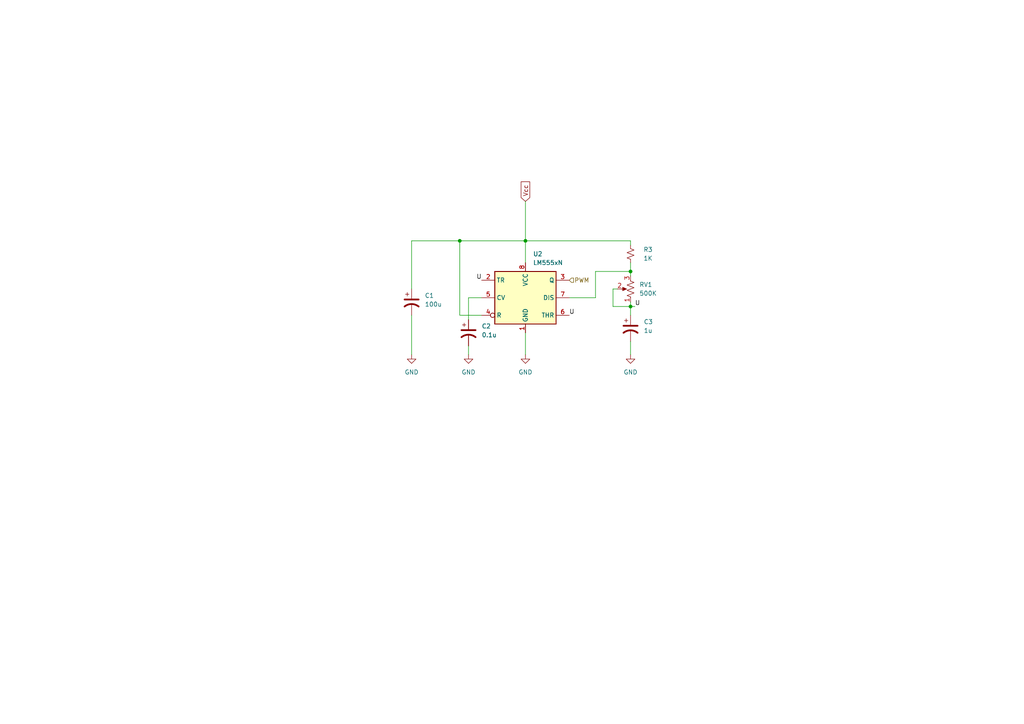
<source format=kicad_sch>
(kicad_sch (version 20231120) (generator "eeschema") (generator_version "8.0")
  (paper "A4")
  (title_block (title "Pulsos"))
  (lib_symbols
    (symbol "Device:C_Polarized_US" (pin_numbers hide) (pin_names (offset 0.254) hide)
      (property "Reference" "C" (at 0.635 2.54 0))
      (property "Value" "C_Polarized_US" (at 0.635 -2.54 0))
      (symbol "C_Polarized_US_0_1"
        (polyline (pts (xy -2.032 0.762) (xy 2.032 0.762)) (stroke (width 0.508)))
        (polyline (pts (xy -1.778 2.286) (xy -0.762 2.286)))
        (polyline (pts (xy -1.27 1.778) (xy -1.27 2.794)))
        (arc (start 2.032 -1.27) (mid 0 -0.5572) (end -2.032 -1.27) (stroke (width 0.508)))
      )
      (symbol "C_Polarized_US_1_1"
        (pin passive line (at 0 3.81 270) (length 2.794) (name "~") (number "1"))
        (pin passive line (at 0 -3.81 90) (length 3.302) (name "~") (number "2"))
      )
    )
    (symbol "Device:R_Potentiometer_US" (pin_names (offset 1.016) hide)
      (property "Reference" "RV" (at -4.445 0 90))
      (property "Value" "R_Potentiometer_US" (at -2.54 0 90))
      (symbol "R_Potentiometer_US_0_1"
        (polyline (pts (xy 0 -2.286) (xy 0 -2.54)))
        (polyline (pts (xy 0 2.54) (xy 0 2.286)))
        (polyline (pts (xy 2.54 0) (xy 1.524 0)))
        (polyline (pts (xy 1.143 0) (xy 2.286 0.508) (xy 2.286 -0.508) (xy 1.143 0)) (fill (type outline)))
        (polyline (pts (xy 0 -0.762) (xy 1.016 -1.143) (xy 0 -1.524) (xy -1.016 -1.905) (xy 0 -2.286)))
        (polyline (pts (xy 0 0.762) (xy 1.016 0.381) (xy 0 0) (xy -1.016 -0.381) (xy 0 -0.762)))
        (polyline (pts (xy 0 2.286) (xy 1.016 1.905) (xy 0 1.524) (xy -1.016 1.143) (xy 0 0.762)))
      )
      (symbol "R_Potentiometer_US_1_1"
        (pin passive line (at 0 3.81 270) (length 1.27) (name "1") (number "1"))
        (pin passive line (at 3.81 0 180) (length 1.27) (name "2") (number "2"))
        (pin passive line (at 0 -3.81 90) (length 1.27) (name "3") (number "3"))
      )
    )
    (symbol "Device:R_Small_US" (pin_numbers hide) (pin_names (offset 0.254) hide)
      (property "Reference" "R" (at 0.762 0.508 0))
      (property "Value" "R_Small_US" (at 0.762 -1.016 0))
      (symbol "R_Small_US_1_1"
        (polyline (pts (xy 0 0) (xy 1.016 -0.381) (xy 0 -0.762) (xy -1.016 -1.143) (xy 0 -1.524)))
        (polyline (pts (xy 0 1.524) (xy 1.016 1.143) (xy 0 0.762) (xy -1.016 0.381) (xy 0 0)))
        (pin passive line (at 0 2.54 270) (length 1.016) (name "~") (number "1"))
        (pin passive line (at 0 -2.54 90) (length 1.016) (name "~") (number "2"))
      )
    )
    (symbol "Timer:LM555xN"
      (property "Reference" "U" (at -10.16 8.89 0))
      (property "Value" "LM555xN" (at 2.54 8.89 0))
      (symbol "LM555xN_0_0"
        (pin power_in line (at 0 -10.16 90) (length 2.54) (name "GND") (number "1"))
        (pin power_in line (at 0 10.16 270) (length 2.54) (name "VCC") (number "8"))
      )
      (symbol "LM555xN_0_1"
        (rectangle (start -8.89 -7.62) (end 8.89 7.62) (stroke (width 0.254)) (fill (type background)))
        (rectangle (start -8.89 -7.62) (end 8.89 7.62) (stroke (width 0.254)) (fill (type background)))
      )
      (symbol "LM555xN_1_1"
        (pin input line (at -12.7 5.08 0) (length 3.81) (name "TR") (number "2"))
        (pin output line (at 12.7 5.08 180) (length 3.81) (name "Q") (number "3"))
        (pin input inverted (at -12.7 -5.08 0) (length 3.81) (name "R") (number "4"))
        (pin input line (at -12.7 0 0) (length 3.81) (name "CV") (number "5"))
        (pin input line (at 12.7 -5.08 180) (length 3.81) (name "THR") (number "6"))
        (pin input line (at 12.7 0 180) (length 3.81) (name "DIS") (number "7"))
      )
    )
    (symbol "power:GND" (power) (pin_names (offset 0))
      (property "Value" "GND" (at 0 -3.81 0))
      (symbol "GND_0_1"
        (polyline (pts (xy 0 0) (xy 0 -1.27) (xy 1.27 -1.27) (xy 0 -2.54) (xy -1.27 -1.27) (xy 0 -1.27)))
      )
      (symbol "GND_1_1"
        (pin power_in line (at 0 0 270) (length 0) hide (name "GND") (number "1"))
      )
    )
  )
  (junction (at 182.88 78.74))
  (junction (at 133.35 69.85))
  (junction (at 152.4 69.85))
  (junction (at 182.88 88.9))
  (wire (pts (xy 172.72 86.36) (xy 172.72 78.74)))
  (wire (pts (xy 119.38 69.85) (xy 133.35 69.85)))
  (wire (pts (xy 139.7 91.44) (xy 133.35 91.44)))
  (wire (pts (xy 177.8 83.82) (xy 177.8 88.9)))
  (wire (pts (xy 133.35 69.85) (xy 152.4 69.85)))
  (wire (pts (xy 182.88 76.2) (xy 182.88 78.74)))
  (wire (pts (xy 182.88 78.74) (xy 182.88 80.01)))
  (wire (pts (xy 152.4 69.85) (xy 152.4 76.2)))
  (wire (pts (xy 182.88 88.9) (xy 182.88 91.44)))
  (wire (pts (xy 119.38 83.82) (xy 119.38 69.85)))
  (wire (pts (xy 177.8 83.82) (xy 179.07 83.82)))
  (wire (pts (xy 182.88 88.9) (xy 182.88 87.63)))
  (wire (pts (xy 172.72 78.74) (xy 182.88 78.74)))
  (wire (pts (xy 135.89 86.36) (xy 135.89 92.71)))
  (wire (pts (xy 152.4 69.85) (xy 182.88 69.85)))
  (wire (pts (xy 135.89 100.33) (xy 135.89 102.87)))
  (wire (pts (xy 119.38 91.44) (xy 119.38 102.87)))
  (wire (pts (xy 182.88 69.85) (xy 182.88 71.12)))
  (wire (pts (xy 182.88 99.06) (xy 182.88 102.87)))
  (wire (pts (xy 133.35 91.44) (xy 133.35 69.85)))
  (wire (pts (xy 177.8 88.9) (xy 182.88 88.9)))
  (wire (pts (xy 165.1 86.36) (xy 172.72 86.36)))
  (wire (pts (xy 152.4 58.42) (xy 152.4 69.85)))
  (wire (pts (xy 152.4 96.52) (xy 152.4 102.87)))
  (wire (pts (xy 139.7 86.36) (xy 135.89 86.36)))
  (wire (pts (xy 182.88 88.9) (xy 184.15 88.9)))
  (label "U" (at 139.7 81.28 180))
  (label "U" (at 165.1 91.44 0))
  (label "U" (at 184.15 88.9 0))
  (global_label "Vcc" (shape input) (at 152.4 58.42 90) (property "Intersheetrefs" "${INTERSHEET_REFS}" (effects (hide yes))))
  (hierarchical_label "PWM" (shape input) (at 165.1 81.28 0))
  (symbol (lib_id "Device:C_Polarized_US") (at 182.88 95.25 0) (unit 1)
    (property "Reference" "C3" (at 186.69 93.345 0) (effects (justify left)))
    (property "Value" "1u" (at 186.69 95.885 0) (effects (justify left)))
  )
  (symbol (lib_id "power:GND") (at 119.38 102.87 0) (unit 1)
    (property "Reference" "#PWR05" (effects (hide yes)))
    (property "Value" "GND" (at 119.38 107.95 0))
  )
  (symbol (lib_id "power:GND") (at 182.88 102.87 0) (unit 1)
    (property "Reference" "#PWR09" (effects (hide yes)))
    (property "Value" "GND" (at 182.88 107.95 0))
  )
  (symbol (lib_id "Device:C_Polarized_US") (at 135.89 96.52 0) (unit 1)
    (property "Reference" "C2" (at 139.7 94.615 0) (effects (justify left)))
    (property "Value" "0.1u" (at 139.7 97.155 0) (effects (justify left)))
  )
  (symbol (lib_id "power:GND") (at 135.89 102.87 0) (unit 1)
    (property "Reference" "#PWR06" (effects (hide yes)))
    (property "Value" "GND" (at 135.89 107.95 0))
  )
  (symbol (lib_id "Timer:LM555xN") (at 152.4 86.36 0) (unit 1)
    (property "Reference" "U2" (at 154.5941 73.66 0) (effects (justify left)))
    (property "Value" "LM555xN" (at 154.5941 76.2 0) (effects (justify left)))
    (property "Footprint" "Package_DIP:DIP-8_W7.62mm" (effects (hide yes)))
    (property "Datasheet" "http://www.ti.com/lit/ds/symlink/lm555.pdf" (effects (hide yes)))
  )
  (symbol (lib_id "Device:R_Potentiometer_US") (at 182.88 83.82 180) (unit 1)
    (property "Reference" "RV1" (at 185.42 82.55 0) (effects (justify right)))
    (property "Value" "500K" (at 185.42 85.09 0) (effects (justify right)))
  )
  (symbol (lib_id "power:GND") (at 152.4 102.87 0) (unit 1)
    (property "Reference" "#PWR08" (effects (hide yes)))
    (property "Value" "GND" (at 152.4 107.95 0))
  )
  (symbol (lib_id "Device:R_Small_US") (at 182.88 73.66 0) (unit 1)
    (property "Reference" "R3" (at 187.96 72.39 0))
    (property "Value" "1K" (at 187.96 74.93 0))
    (property "Footprint" "Resistor_THT:R_Axial_DIN0204_L3.6mm_D1.6mm_P5.08mm_Horizontal" (effects (hide yes)))
  )
  (symbol (lib_id "Device:C_Polarized_US") (at 119.38 87.63 0) (unit 1)
    (property "Reference" "C1" (at 123.19 85.725 0) (effects (justify left)))
    (property "Value" "100u" (at 123.19 88.265 0) (effects (justify left)))
  )
)
</source>
